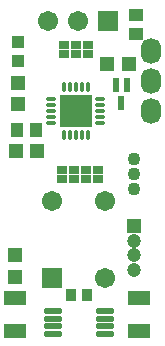
<source format=gts>
%FSDAX25Y25*%
%MOIN*%
%SFA1B1*%

%IPPOS*%
%AMD55*
4,1,8,-0.028600,0.006900,-0.028600,-0.006900,-0.024600,-0.010900,0.024600,-0.010900,0.028600,-0.006900,0.028600,0.006900,0.024600,0.010900,-0.024600,0.010900,-0.028600,0.006900,0.0*
1,1,0.007900,-0.024600,0.006900*
1,1,0.007900,-0.024600,-0.006900*
1,1,0.007900,0.024600,-0.006900*
1,1,0.007900,0.024600,0.006900*
%
%ADD12R,0.106300X0.106300*%
%ADD48O,0.039430X0.013840*%
%ADD49O,0.013840X0.039430*%
G04~CAMADD=55~8~0.0~0.0~217.2~571.5~39.5~0.0~15~0.0~0.0~0.0~0.0~0~0.0~0.0~0.0~0.0~0~0.0~0.0~0.0~90.0~572.0~218.0*
%ADD55D55*%
%ADD58R,0.051310X0.051310*%
%ADD59R,0.033590X0.029650*%
%ADD60R,0.023750X0.049340*%
%ADD61R,0.051310X0.051310*%
%ADD62R,0.047370X0.043430*%
%ADD63R,0.043430X0.047370*%
%ADD64R,0.039500X0.039500*%
%ADD65R,0.035560X0.043430*%
%ADD66R,0.074930X0.045400*%
%ADD67C,0.043430*%
%ADD68C,0.067060*%
%ADD69R,0.067060X0.067060*%
%ADD70O,0.067060X0.086740*%
%ADD71R,0.067060X0.067060*%
%ADD72C,0.047370*%
%ADD73R,0.047370X0.047370*%
%LNptw_ecu_original-1*%
%LPD*%
G54D12*
X0145610Y0188150D03*
G54D48*
X0137539Y0184213D03*
Y0186181D03*
Y0188150D03*
Y0190118D03*
Y0192087D03*
X0153681D03*
Y0190118D03*
Y0188150D03*
Y0186181D03*
Y0184213D03*
G54D49*
X0141673Y0196221D03*
X0143642D03*
X0145610D03*
X0147579D03*
X0149547D03*
Y0180079D03*
X0147579D03*
X0145610D03*
X0143642D03*
X0141673D03*
G54D55*
X0155453Y0121516D03*
X0137933D03*
Y0118957D03*
Y0116398D03*
Y0113839D03*
X0155453Y0118957D03*
Y0116398D03*
Y0113839D03*
G54D58*
X0126516Y0190315D03*
Y0197402D03*
X0125500Y0140043D03*
Y0132957D03*
G54D59*
X0145709Y0207146D03*
Y0210098D03*
X0149744Y0207146D03*
Y0210098D03*
X0141673Y0207146D03*
Y0210098D03*
X0149055Y0168563D03*
Y0165610D03*
X0145020Y0168563D03*
Y0165610D03*
X0140984Y0168563D03*
Y0165610D03*
X0153091Y0168563D03*
Y0165610D03*
G54D60*
X0160866Y0190807D03*
X0158898Y0196713D03*
X0162835D03*
G54D61*
X0163228Y0203701D03*
X0156142D03*
X0132815Y0174665D03*
X0125728D03*
G54D62*
X0165591Y0213839D03*
Y0220138D03*
G54D63*
X0126122Y0181653D03*
X0132421D03*
G54D64*
X0126516Y0211083D03*
Y0204784D03*
G54D65*
X0143937Y0126929D03*
X0149449D03*
G54D66*
X0166870Y0114823D03*
Y0125847D03*
X0125433Y0125945D03*
Y0114921D03*
G54D67*
X0165197Y0167087D03*
Y0172008D03*
Y0162067D03*
G54D68*
X0155354Y0132638D03*
Y0158228D03*
X0137638D03*
X0136496Y0218268D03*
X0146496D03*
G54D69*
X0137638Y0132638D03*
G54D70*
X0170709Y0188189D03*
Y0208189D03*
Y0198189D03*
G54D71*
X0156496Y0218268D03*
G54D72*
X0165197Y0135098D03*
Y0140020D03*
Y0144941D03*
G54D73*
X0165197Y0149862D03*
M02*
</source>
